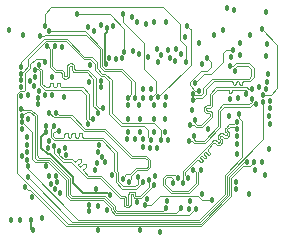
<source format=gbr>
G04 #@! TF.GenerationSoftware,KiCad,Pcbnew,5.1.5+dfsg1-2~bpo10+1*
G04 #@! TF.CreationDate,2020-02-19T21:48:08+01:00*
G04 #@! TF.ProjectId,zglue-gem1-adapter,7a676c75-652d-4676-956d-312d61646170,rev?*
G04 #@! TF.SameCoordinates,Original*
G04 #@! TF.FileFunction,Copper,L3,Inr*
G04 #@! TF.FilePolarity,Positive*
%FSLAX46Y46*%
G04 Gerber Fmt 4.6, Leading zero omitted, Abs format (unit mm)*
G04 Created by KiCad (PCBNEW 5.1.5+dfsg1-2~bpo10+1) date 2020-02-19 21:48:08*
%MOMM*%
%LPD*%
G04 APERTURE LIST*
%ADD10C,0.457000*%
%ADD11C,0.110000*%
%ADD12C,0.150000*%
%ADD13C,0.100000*%
G04 APERTURE END LIST*
D10*
X10950000Y-8850000D03*
X14050000Y-8850000D03*
X14050000Y-10000000D03*
X10950000Y-10000000D03*
X10950000Y-11150000D03*
X14050000Y-11150000D03*
X11850000Y-8850000D03*
X13100000Y-8850000D03*
X11900000Y-10000000D03*
X13100000Y-10000000D03*
X11900000Y-11150000D03*
X13100000Y-11150000D03*
X19000000Y-2520000D03*
X13150000Y-1820000D03*
X14150000Y-1820000D03*
X11650000Y-1820000D03*
X1920000Y-10860000D03*
X19440000Y-9750000D03*
X7660000Y-5490000D03*
X17140000Y-5350000D03*
X22610000Y-7470000D03*
X22220000Y-13630000D03*
X22540000Y-14740000D03*
X19525000Y-8295000D03*
X5325000Y-3920000D03*
X7530000Y-2270000D03*
X20020000Y-15980000D03*
X3302842Y-8227962D03*
X1892225Y-8096490D03*
X20230000Y-8250000D03*
X8630000Y-2110000D03*
X9640000Y-2150000D03*
X21630000Y-14380000D03*
X8727692Y-13206674D03*
X16310000Y-9226500D03*
X4480000Y-7982216D03*
X3983498Y-10593498D03*
X8397353Y-17377353D03*
X9523510Y-14760000D03*
X8300000Y-13790000D03*
X16168831Y-16966500D03*
X11900000Y-19468500D03*
X7626500Y-6920000D03*
X5648835Y-13038500D03*
X5604994Y-12470495D03*
X11700000Y-17053510D03*
X10500000Y-15120000D03*
X4246500Y-9500000D03*
X11020000Y-15350000D03*
X4853500Y-9500000D03*
X11745393Y-14925393D03*
X5114607Y-11034607D03*
X5114607Y-12734607D03*
X12685393Y-15205393D03*
X4685393Y-12305393D03*
X13114607Y-15634607D03*
X15124607Y-14985393D03*
X17090000Y-14380000D03*
X15984607Y-14985393D03*
X20120000Y-10873500D03*
X8950000Y-13690000D03*
X9078521Y-5371269D03*
X20140000Y-11450000D03*
X3600000Y-18430000D03*
X9120000Y-2320000D03*
X7644993Y-17811501D03*
X20166480Y-13022063D03*
X12174607Y-15354607D03*
X4685393Y-10605393D03*
X14190000Y-16930000D03*
X4500000Y-6490000D03*
X990000Y-18540000D03*
X2583500Y-6770000D03*
X18040000Y-16906922D03*
X12330000Y-17320000D03*
X14695393Y-15414607D03*
X16460000Y-14380000D03*
X15555393Y-15414607D03*
X20120000Y-10266500D03*
X13170000Y-14860000D03*
X12493112Y-16763112D03*
X13343438Y-12476562D03*
X16710000Y-17660000D03*
X1980000Y-10310000D03*
X12170000Y-12390000D03*
X14150000Y-17570000D03*
X1892445Y-9190000D03*
X11500000Y-11750000D03*
X1856490Y-6184810D03*
X12840000Y-11810000D03*
X12160000Y-11750000D03*
X16060037Y-17673510D03*
X2390000Y-13480000D03*
X20090000Y-15340000D03*
X12756275Y-12476215D03*
X15400000Y-17570000D03*
X1900000Y-9750000D03*
X10868367Y-11750000D03*
X7583257Y-17283083D03*
X13690000Y-11780000D03*
X1814989Y-5628390D03*
X8483978Y-12263510D03*
X21130000Y-16390000D03*
X2720000Y-18541491D03*
X2840000Y-19448500D03*
X8200000Y-15920000D03*
X3390000Y-7650000D03*
X17177472Y-16347472D03*
X8387700Y-12786738D03*
X5150000Y-16280000D03*
X20160000Y-12110000D03*
X1856490Y-6720000D03*
X16045393Y-11874607D03*
X21790000Y-8790000D03*
X4410000Y-15540000D03*
X8110000Y-14340000D03*
X14321498Y-11770000D03*
X4232218Y-11907708D03*
X16474607Y-11445393D03*
X21420000Y-8300000D03*
X2451479Y-9990000D03*
X17653618Y-10900000D03*
X2400000Y-11570000D03*
X4137647Y-12462353D03*
X7505393Y-10444607D03*
X3000000Y-5850000D03*
X16195393Y-10504607D03*
X20930000Y-7920000D03*
X7934607Y-10015393D03*
X3420000Y-5420000D03*
X8764607Y-9125393D03*
X4710000Y-3890000D03*
X8335393Y-9554607D03*
X4080000Y-3890000D03*
X19974607Y-5974607D03*
X16376444Y-7882942D03*
X22354377Y-8565698D03*
X2451479Y-14980000D03*
X20320000Y-9580000D03*
X2451479Y-14040000D03*
X16570000Y-7020000D03*
X19830000Y-4220000D03*
X21590000Y-13680000D03*
X2970000Y-7220000D03*
X2210030Y-15769970D03*
X5458807Y-8151381D03*
X16460000Y-8423500D03*
X19545393Y-5545393D03*
X3963500Y-11160000D03*
X9094875Y-17769671D03*
X9410000Y-16481500D03*
X3273029Y-8779529D03*
X14125000Y-8205000D03*
X10875000Y-8220000D03*
X3500000Y-3020000D03*
X15850000Y-5210000D03*
X3850000Y-2120000D03*
X3900000Y-7970000D03*
X3950000Y-14050000D03*
X16942947Y-7626529D03*
X17610000Y-4840000D03*
X8630000Y-7340000D03*
X16901453Y-3592653D03*
X8020000Y-2586500D03*
X13475000Y-8200000D03*
X2000000Y-2920000D03*
X3040000Y-6460000D03*
X15930000Y-2160000D03*
X11870000Y-4510000D03*
X13480000Y-5220000D03*
X4795075Y-14828425D03*
X13680000Y-4610000D03*
X4238075Y-14828425D03*
X15020000Y-4090000D03*
X1856490Y-7319481D03*
X12175000Y-7525000D03*
X19650000Y-4820000D03*
X18225000Y-2922479D03*
X12850000Y-8225000D03*
X10460000Y-1100000D03*
X12825000Y-7525000D03*
X20400000Y-3570000D03*
X10412988Y-4893263D03*
X9870000Y-4910000D03*
X14896480Y-5153657D03*
X2390000Y-12800000D03*
X9330000Y-4890000D03*
X11377176Y-4309597D03*
X2780000Y-16660000D03*
X8599687Y-6808853D03*
X20960000Y-13660000D03*
X3926500Y-5180000D03*
X11475000Y-8215000D03*
X4200000Y-2591490D03*
X12175000Y-8210000D03*
X19920000Y-800000D03*
X15400000Y-4520000D03*
X2400000Y-12190000D03*
X15762245Y-3108520D03*
X8410000Y-19468500D03*
X12460000Y-1950000D03*
X13650000Y-19560000D03*
X14460334Y-4827751D03*
X22870000Y-12560000D03*
X21225037Y-2944963D03*
X14310000Y-4210000D03*
X2420820Y-8034694D03*
X10600000Y-4390000D03*
X6580000Y-1170000D03*
X13340000Y-4100000D03*
X22025000Y-7320000D03*
X11220000Y-1360000D03*
X19290000Y-620000D03*
X12596490Y-4820000D03*
X20400000Y-4570000D03*
X4906397Y-15348649D03*
X4707640Y-15980949D03*
X1920000Y-13150000D03*
X880000Y-2500000D03*
X1780000Y-18541490D03*
X16624607Y-10075393D03*
X21380000Y-7470000D03*
X22630000Y-960000D03*
X22710000Y-3690000D03*
X22560000Y-4690000D03*
X22750000Y-6240000D03*
X22700000Y-6910000D03*
X22220000Y-2440000D03*
X22350000Y-7980000D03*
X22920000Y-8500000D03*
X22900000Y-9110000D03*
X22890000Y-9770000D03*
X22963510Y-10490000D03*
D11*
X11069057Y-14690943D02*
X10783999Y-14690943D01*
X11595000Y-14165000D02*
X11069057Y-14690943D01*
X6026517Y-9865011D02*
X7216506Y-11055000D01*
X7216506Y-11055000D02*
X8866506Y-11055000D01*
X4611511Y-9865011D02*
X6026517Y-9865011D01*
X12395000Y-13315000D02*
X12620000Y-13540000D01*
X12620000Y-14050000D02*
X12505000Y-14165000D01*
X10783999Y-14690943D02*
X10555500Y-14919442D01*
X4246500Y-9500000D02*
X4611511Y-9865011D01*
X12620000Y-13540000D02*
X12620000Y-14050000D01*
X8866506Y-11055000D02*
X11126506Y-13315000D01*
X12505000Y-14165000D02*
X11595000Y-14165000D01*
X11126506Y-13315000D02*
X12395000Y-13315000D01*
X11667542Y-14375000D02*
X11203106Y-14839436D01*
X11203106Y-14839436D02*
X11203106Y-15106108D01*
X4853500Y-9500000D02*
X5033500Y-9680000D01*
X12556645Y-14375000D02*
X11667542Y-14375000D01*
X5033500Y-9680000D02*
X6138494Y-9680000D01*
X11203106Y-15106108D02*
X10974607Y-15334607D01*
X8953494Y-10845000D02*
X11238483Y-13129989D01*
X12805011Y-14126634D02*
X12556645Y-14375000D01*
X12471634Y-13129989D02*
X12805011Y-13463366D01*
X12805011Y-13463366D02*
X12805011Y-14126634D01*
X11238483Y-13129989D02*
X12471634Y-13129989D01*
X7303494Y-10845000D02*
X8953494Y-10845000D01*
X6138494Y-9680000D02*
X7303494Y-10845000D01*
X6645082Y-11600146D02*
X6673523Y-11582275D01*
X6546621Y-11611240D02*
X6580000Y-11615000D01*
X6144854Y-11263694D02*
X6162725Y-11235253D01*
X6514917Y-11600146D02*
X6546621Y-11611240D01*
X4791460Y-11034607D02*
X4605000Y-11221067D01*
X6486476Y-11582275D02*
X6514917Y-11600146D01*
X6415145Y-11263694D02*
X6426239Y-11295398D01*
X6462725Y-11558524D02*
X6486476Y-11582275D01*
X5826239Y-11295398D02*
X5830000Y-11328776D01*
X5614917Y-11193631D02*
X5646621Y-11182537D01*
X6433760Y-11498379D02*
X6444854Y-11530083D01*
X6426239Y-11295398D02*
X6430000Y-11328776D01*
X6280000Y-11178776D02*
X6313378Y-11182537D01*
X6246621Y-11182537D02*
X6280000Y-11178776D01*
X5886476Y-11582275D02*
X5914917Y-11600146D01*
X6345082Y-11193631D02*
X6373523Y-11211502D01*
X6162725Y-11235253D02*
X6186476Y-11211502D01*
X6133760Y-11295398D02*
X6144854Y-11263694D01*
X6126239Y-11498379D02*
X6130000Y-11465000D01*
X6744854Y-11263694D02*
X6762725Y-11235253D01*
X5914917Y-11600146D02*
X5946621Y-11611240D01*
X5680000Y-11178776D02*
X5713378Y-11182537D01*
X6430000Y-11465000D02*
X6433760Y-11498379D01*
X5862725Y-11558524D02*
X5886476Y-11582275D01*
X5980000Y-11615000D02*
X6013378Y-11611240D01*
X6313378Y-11182537D02*
X6345082Y-11193631D01*
X5830000Y-11328776D02*
X5830000Y-11465000D01*
X6115145Y-11530083D02*
X6126239Y-11498379D01*
X5713378Y-11182537D02*
X5745082Y-11193631D01*
X6097274Y-11558524D02*
X6115145Y-11530083D01*
X5815145Y-11263694D02*
X5826239Y-11295398D01*
X5530000Y-11328776D02*
X5533760Y-11295398D01*
X6762725Y-11235253D02*
X6786476Y-11211502D01*
X5797274Y-11235253D02*
X5815145Y-11263694D01*
X5773523Y-11211502D02*
X5797274Y-11235253D01*
X6397274Y-11235253D02*
X6415145Y-11263694D01*
X6373523Y-11211502D02*
X6397274Y-11235253D01*
X5830000Y-11465000D02*
X5833760Y-11498379D01*
X5515145Y-11530083D02*
X5526239Y-11498379D01*
X5646621Y-11182537D02*
X5680000Y-11178776D01*
X4605000Y-11221067D02*
X4605000Y-11476506D01*
X6130000Y-11465000D02*
X6130000Y-11328776D01*
X6430000Y-11328776D02*
X6430000Y-11465000D01*
X5497274Y-11558524D02*
X5515145Y-11530083D01*
X5833760Y-11498379D02*
X5844854Y-11530083D01*
X6673523Y-11582275D02*
X6697274Y-11558524D01*
X5844854Y-11530083D02*
X5862725Y-11558524D01*
X5745082Y-11193631D02*
X5773523Y-11211502D01*
X6697274Y-11558524D02*
X6715145Y-11530083D01*
X6073523Y-11582275D02*
X6097274Y-11558524D01*
X4743494Y-11615000D02*
X5380000Y-11615000D01*
X4605000Y-11476506D02*
X4743494Y-11615000D01*
X6045082Y-11600146D02*
X6073523Y-11582275D01*
X6186476Y-11211502D02*
X6214917Y-11193631D01*
X11745393Y-15504607D02*
X11745393Y-14925393D01*
X6013378Y-11611240D02*
X6045082Y-11600146D01*
X5114607Y-11034607D02*
X4791460Y-11034607D01*
X5445082Y-11600146D02*
X5473523Y-11582275D01*
X11515000Y-15735000D02*
X11745393Y-15504607D01*
X6214917Y-11193631D02*
X6246621Y-11182537D01*
X7086476Y-11582275D02*
X7114917Y-11600146D01*
X5586476Y-11211502D02*
X5614917Y-11193631D01*
X8783494Y-11615000D02*
X9975000Y-12806506D01*
X6580000Y-11615000D02*
X6613378Y-11611240D01*
X5413378Y-11611240D02*
X5445082Y-11600146D01*
X5946621Y-11611240D02*
X5980000Y-11615000D01*
X6613378Y-11611240D02*
X6645082Y-11600146D01*
X6444854Y-11530083D02*
X6462725Y-11558524D01*
X6726239Y-11498379D02*
X6730000Y-11465000D01*
X6130000Y-11328776D02*
X6133760Y-11295398D01*
X5533760Y-11295398D02*
X5544854Y-11263694D01*
X7044854Y-11530083D02*
X7062725Y-11558524D01*
X7180000Y-11615000D02*
X8783494Y-11615000D01*
X5530000Y-11465000D02*
X5530000Y-11328776D01*
X7062725Y-11558524D02*
X7086476Y-11582275D01*
X5562725Y-11235253D02*
X5586476Y-11211502D01*
X5380000Y-11615000D02*
X5413378Y-11611240D01*
X5473523Y-11582275D02*
X5497274Y-11558524D01*
X5526239Y-11498379D02*
X5530000Y-11465000D01*
X6846621Y-11182537D02*
X6880000Y-11178776D01*
X5544854Y-11263694D02*
X5562725Y-11235253D01*
X6715145Y-11530083D02*
X6726239Y-11498379D01*
X6733760Y-11295398D02*
X6744854Y-11263694D01*
X6730000Y-11465000D02*
X6730000Y-11328776D01*
X6730000Y-11328776D02*
X6733760Y-11295398D01*
X6786476Y-11211502D02*
X6814917Y-11193631D01*
X6814917Y-11193631D02*
X6846621Y-11182537D01*
X6880000Y-11178776D02*
X6913378Y-11182537D01*
X6913378Y-11182537D02*
X6945082Y-11193631D01*
X6945082Y-11193631D02*
X6973523Y-11211502D01*
X6973523Y-11211502D02*
X6997274Y-11235253D01*
X6997274Y-11235253D02*
X7015145Y-11263694D01*
X7015145Y-11263694D02*
X7026239Y-11295398D01*
X7026239Y-11295398D02*
X7030000Y-11328776D01*
X7030000Y-11328776D02*
X7030000Y-11465000D01*
X7033760Y-11498379D02*
X7044854Y-11530083D01*
X7030000Y-11465000D02*
X7033760Y-11498379D01*
X7114917Y-11600146D02*
X7146621Y-11611240D01*
X7146621Y-11611240D02*
X7180000Y-11615000D01*
X9975000Y-12806506D02*
X9975000Y-14419263D01*
X9975000Y-14419263D02*
X10067022Y-14511285D01*
X10067022Y-14511285D02*
X10067022Y-15278528D01*
X10067022Y-15278528D02*
X10523494Y-15735000D01*
X10523494Y-15735000D02*
X11515000Y-15735000D01*
X12685393Y-15774607D02*
X12685393Y-15205393D01*
X11950000Y-16510000D02*
X12685393Y-15774607D01*
X11556088Y-16510000D02*
X11950000Y-16510000D01*
X11549193Y-16507588D02*
X11551290Y-16508905D01*
X11546125Y-16503740D02*
X11547442Y-16505837D01*
X11526735Y-16314952D02*
X11540398Y-16353999D01*
X11504725Y-16279924D02*
X11526735Y-16314952D01*
X11440446Y-16228663D02*
X11475474Y-16250673D01*
X11059593Y-16228663D02*
X11098640Y-16215000D01*
X10995314Y-16279924D02*
X11024565Y-16250673D01*
X10973304Y-16314952D02*
X10995314Y-16279924D01*
X10955010Y-17199632D02*
X10955010Y-16395107D01*
X10952252Y-17224109D02*
X10955010Y-17199632D01*
X10944116Y-17247359D02*
X10952252Y-17224109D01*
X10931011Y-17268215D02*
X10944116Y-17247359D01*
X10913593Y-17285633D02*
X10931011Y-17268215D01*
X10845010Y-17309632D02*
X10869487Y-17306874D01*
X10759008Y-17268215D02*
X10776426Y-17285633D01*
X10745903Y-17247359D02*
X10759008Y-17268215D01*
X10735010Y-17199632D02*
X10737767Y-17224109D01*
X10735010Y-16787963D02*
X10735010Y-17199632D01*
X10674367Y-16614656D02*
X10707482Y-16667359D01*
X10630353Y-16570642D02*
X10674367Y-16614656D01*
X10577650Y-16537527D02*
X10630353Y-16570642D01*
X10457046Y-16510000D02*
X10518899Y-16516969D01*
X10737767Y-17224109D02*
X10745903Y-17247359D01*
X7177022Y-14438528D02*
X7563494Y-14825000D01*
X7134030Y-14349256D02*
X7141505Y-14382003D01*
X7134030Y-14315666D02*
X7134030Y-14349256D01*
X7141505Y-14282919D02*
X7134030Y-14315666D01*
X7156078Y-14252655D02*
X7141505Y-14282919D01*
X7177021Y-14226395D02*
X7156078Y-14252655D01*
X7338463Y-14064952D02*
X7177021Y-14226395D01*
X7381453Y-13975680D02*
X7373980Y-14008428D01*
X7381454Y-13942092D02*
X7381453Y-13975680D01*
X7373979Y-13909344D02*
X7381454Y-13942092D01*
X11139748Y-16210368D02*
X11360291Y-16210368D01*
X7359406Y-13879082D02*
X7373979Y-13909344D01*
X7338463Y-13852820D02*
X7359406Y-13879082D01*
X7312203Y-13831879D02*
X7338463Y-13852820D01*
X7281939Y-13817304D02*
X7312203Y-13831879D01*
X10707482Y-16667359D02*
X10728040Y-16726110D01*
X7249192Y-13809829D02*
X7281939Y-13817304D01*
X7126331Y-13852820D02*
X7152593Y-13831879D01*
X10290000Y-16510000D02*
X10457046Y-16510000D01*
X6964890Y-14014264D02*
X7126331Y-13852820D01*
X6938628Y-14035206D02*
X6964890Y-14014264D01*
X11545030Y-16395107D02*
X11545030Y-16498942D01*
X7563494Y-14825000D02*
X8605000Y-14825000D01*
X7373980Y-14008428D02*
X7359405Y-14038690D01*
X6949715Y-13485080D02*
X6957190Y-13517828D01*
X5114607Y-12734607D02*
X5114607Y-13057754D01*
X6451354Y-13632990D02*
X6484100Y-13625515D01*
X11545307Y-16501403D02*
X11546125Y-16503740D01*
X7359405Y-14038690D02*
X7338463Y-14064952D01*
X11401399Y-16215000D02*
X11440446Y-16228663D01*
X8605000Y-14825000D02*
X10290000Y-16510000D01*
X10728040Y-16726110D02*
X10735010Y-16787963D01*
X10892737Y-17298738D02*
X10913593Y-17285633D01*
X10959641Y-16353999D02*
X10973304Y-16314952D01*
X6173494Y-13435000D02*
X6328494Y-13590000D01*
X7215602Y-13809829D02*
X7249192Y-13809829D01*
X6949716Y-13584164D02*
X6935141Y-13614426D01*
X6385018Y-13625516D02*
X6417764Y-13632989D01*
X6857675Y-13393040D02*
X6887939Y-13407615D01*
X11551290Y-16508905D02*
X11553627Y-16509723D01*
X7152593Y-13831879D02*
X7182855Y-13817304D01*
X7182855Y-13817304D02*
X7215602Y-13809829D01*
X6842028Y-14057253D02*
X6875618Y-14057254D01*
X10955010Y-16395107D02*
X10959641Y-16353999D01*
X11475474Y-16250673D02*
X11504725Y-16279924D01*
X11098640Y-16215000D02*
X11139748Y-16210368D01*
X6957189Y-13551416D02*
X6949716Y-13584164D01*
X10797282Y-17298738D02*
X10820532Y-17306874D01*
X10820532Y-17306874D02*
X10845010Y-17309632D01*
X11547442Y-16505837D02*
X11549193Y-16507588D01*
X6702067Y-13428556D02*
X6728329Y-13407615D01*
X11545030Y-16498942D02*
X11545307Y-16501403D01*
X7141505Y-14382003D02*
X7156078Y-14412265D01*
X6779018Y-14035205D02*
X6809282Y-14049780D01*
X5114607Y-13057754D02*
X5491853Y-13435000D01*
X6728329Y-13407615D02*
X6758591Y-13393040D01*
X5491853Y-13435000D02*
X6173494Y-13435000D01*
X6328494Y-13590000D02*
X6354754Y-13610941D01*
X10518899Y-16516969D02*
X10577650Y-16537527D01*
X6354754Y-13610941D02*
X6385018Y-13625516D01*
X6417764Y-13632989D02*
X6451354Y-13632990D01*
X7156078Y-14412265D02*
X7177022Y-14438528D01*
X6484100Y-13625515D02*
X6514364Y-13610942D01*
X6514364Y-13610942D02*
X6540626Y-13590000D01*
X6824928Y-13385565D02*
X6857675Y-13393040D01*
X6540626Y-13590000D02*
X6702067Y-13428556D01*
X10776426Y-17285633D02*
X10797282Y-17298738D01*
X6758591Y-13393040D02*
X6791338Y-13385565D01*
X6791338Y-13385565D02*
X6824928Y-13385565D01*
X6887939Y-13407615D02*
X6914199Y-13428556D01*
X6709766Y-13891402D02*
X6709766Y-13924992D01*
X11360291Y-16210368D02*
X11401399Y-16215000D01*
X6914199Y-13428556D02*
X6935142Y-13454818D01*
X10869487Y-17306874D02*
X10892737Y-17298738D01*
X6935142Y-13454818D02*
X6949715Y-13485080D01*
X6957190Y-13517828D02*
X6957189Y-13551416D01*
X6935141Y-13614426D02*
X6914199Y-13640688D01*
X6709766Y-13924992D02*
X6717241Y-13957739D01*
X6914199Y-13640688D02*
X6752757Y-13802131D01*
X6717241Y-13957739D02*
X6731814Y-13988001D01*
X11540398Y-16353999D02*
X11545030Y-16395107D01*
X6752757Y-13802131D02*
X6731814Y-13828391D01*
X6731814Y-13828391D02*
X6717241Y-13858655D01*
X6717241Y-13858655D02*
X6709766Y-13891402D01*
X6731814Y-13988001D02*
X6752758Y-14014264D01*
X6752758Y-14014264D02*
X6779018Y-14035205D01*
X11024565Y-16250673D02*
X11059593Y-16228663D01*
X6809282Y-14049780D02*
X6842028Y-14057253D01*
X6875618Y-14057254D02*
X6908364Y-14049779D01*
X11553627Y-16509723D02*
X11556088Y-16510000D01*
X6908364Y-14049779D02*
X6938628Y-14035206D01*
X11357607Y-16399542D02*
X11358924Y-16401639D01*
X11400324Y-16625455D02*
X11429575Y-16654706D01*
X11348962Y-16395378D02*
X11351422Y-16395656D01*
X11141115Y-16401639D02*
X11142432Y-16399542D01*
X11144183Y-16397791D02*
X11146280Y-16396474D01*
X11140020Y-16406436D02*
X11140297Y-16403976D01*
X11079377Y-17389985D02*
X11112492Y-17337282D01*
X11353759Y-16396474D02*
X11355856Y-16397791D01*
X11358924Y-16401639D02*
X11359742Y-16403976D01*
X11146280Y-16396474D02*
X11148617Y-16395656D01*
X11035363Y-17433999D02*
X11079377Y-17389985D01*
X10610642Y-17389985D02*
X10654656Y-17433999D01*
X11355856Y-16397791D02*
X11357607Y-16399542D01*
X10577527Y-17337282D02*
X10610642Y-17389985D01*
X11140020Y-17216678D02*
X11140020Y-16406436D01*
X10923909Y-17487672D02*
X10982660Y-17467114D01*
X10862056Y-17494642D02*
X10923909Y-17487672D01*
X11151078Y-16395378D02*
X11348962Y-16395378D01*
X10547242Y-16780532D02*
X10550000Y-16805010D01*
X8553356Y-15035000D02*
X10213366Y-16695011D01*
X11351422Y-16395656D02*
X11353759Y-16396474D01*
X11133050Y-17278531D02*
X11140020Y-17216678D01*
X10487727Y-16705903D02*
X10508583Y-16719008D01*
X10654656Y-17433999D02*
X10707359Y-17467114D01*
X7476506Y-15035000D02*
X8553356Y-15035000D01*
X10827963Y-17494642D02*
X10862056Y-17494642D01*
X10556969Y-17278531D02*
X10577527Y-17337282D01*
X11378314Y-16590427D02*
X11400324Y-16625455D01*
X4685393Y-12305393D02*
X4685393Y-12895393D01*
X5435000Y-13645000D02*
X6086506Y-13645000D01*
X11359742Y-16403976D02*
X11360020Y-16406436D01*
X11148617Y-16395656D02*
X11151078Y-16395378D01*
X10508583Y-16719008D02*
X10526001Y-16736426D01*
X10526001Y-16736426D02*
X10539106Y-16757282D01*
X10539106Y-16757282D02*
X10547242Y-16780532D01*
X10550000Y-16805010D02*
X10550000Y-17216678D01*
X11140297Y-16403976D02*
X11141115Y-16401639D01*
X10766110Y-17487672D02*
X10827963Y-17494642D01*
X10464477Y-16697767D02*
X10487727Y-16705903D01*
X10707359Y-17467114D02*
X10766110Y-17487672D01*
X11360020Y-16406436D02*
X11360020Y-16510272D01*
X11360020Y-16510272D02*
X11364651Y-16551380D01*
X10440000Y-16695010D02*
X10464477Y-16697767D01*
X11429575Y-16654706D02*
X11464603Y-16676716D01*
X11464603Y-16676716D02*
X11503650Y-16690379D01*
X11544758Y-16695010D02*
X12054203Y-16695011D01*
X11142432Y-16399542D02*
X11144183Y-16397791D01*
X11503650Y-16690379D02*
X11544758Y-16695010D01*
X12054203Y-16695011D02*
X13114607Y-15634607D01*
X10213366Y-16695011D02*
X10440000Y-16695010D01*
X10550000Y-17216678D02*
X10556969Y-17278531D01*
X11112492Y-17337282D02*
X11133050Y-17278531D01*
X10982660Y-17467114D02*
X11035363Y-17433999D01*
X11364651Y-16551380D02*
X11378314Y-16590427D01*
X4685393Y-12895393D02*
X5435000Y-13645000D01*
X6086506Y-13645000D02*
X7476506Y-15035000D01*
X13865000Y-15598151D02*
X14551860Y-16285011D01*
X14551860Y-16285011D02*
X16103483Y-16285011D01*
X16875000Y-15513494D02*
X16875000Y-14553500D01*
X16103483Y-16285011D02*
X16875000Y-15513494D01*
X13865000Y-15026506D02*
X13865000Y-15598151D01*
X14896108Y-14756894D02*
X14134612Y-14756894D01*
X15124607Y-14985393D02*
X14896108Y-14756894D01*
X14134612Y-14756894D02*
X13865000Y-15026506D01*
X16875000Y-14553500D02*
X17048500Y-14380000D01*
X15765393Y-14766179D02*
X15984607Y-14985393D01*
X15765393Y-14483101D02*
X15765393Y-14766179D01*
X16745119Y-13503376D02*
X16639054Y-13609440D01*
X16786571Y-13477332D02*
X16764378Y-13488019D01*
X16810585Y-13471850D02*
X16786571Y-13477332D01*
X16859231Y-13477333D02*
X16835217Y-13471850D01*
X16881424Y-13488020D02*
X16859231Y-13477333D01*
X17043334Y-13646030D02*
X16900682Y-13503378D01*
X17062592Y-13661388D02*
X17043334Y-13646030D01*
X17084786Y-13672075D02*
X17062592Y-13661388D01*
X17108801Y-13677556D02*
X17084786Y-13672075D01*
X17133433Y-13677556D02*
X17108801Y-13677556D01*
X17157446Y-13672076D02*
X17133433Y-13677556D01*
X17179640Y-13661387D02*
X17157446Y-13672076D01*
X17224943Y-13604578D02*
X17214256Y-13626771D01*
X17230425Y-13580564D02*
X17224943Y-13604578D01*
X17230425Y-13555932D02*
X17230425Y-13580564D01*
X17198897Y-13490467D02*
X17214255Y-13509725D01*
X17056244Y-13347814D02*
X17198897Y-13490467D01*
X17030199Y-13306363D02*
X17040888Y-13328555D01*
X17024718Y-13282348D02*
X17030199Y-13306363D01*
X17024718Y-13257716D02*
X17024718Y-13282348D01*
X17030200Y-13233701D02*
X17024718Y-13257716D01*
X17040887Y-13211509D02*
X17030200Y-13233701D01*
X17056244Y-13192250D02*
X17040887Y-13211509D01*
X17075503Y-13176894D02*
X17056244Y-13192250D01*
X17040888Y-13328555D02*
X17056244Y-13347814D01*
X17097696Y-13166207D02*
X17075503Y-13176894D01*
X17121710Y-13160725D02*
X17097696Y-13166207D01*
X19311327Y-11600853D02*
X19256090Y-11627453D01*
X19489443Y-11394100D02*
X19462841Y-11449339D01*
X18721432Y-11569968D02*
X18725447Y-11587559D01*
X19315400Y-10957956D02*
X19315400Y-10976000D01*
X17536068Y-13293453D02*
X17525381Y-13315646D01*
X19319416Y-10940363D02*
X19315400Y-10957956D01*
X19319415Y-10993591D02*
X19327244Y-11009848D01*
X19489443Y-11213246D02*
X19503084Y-11273020D01*
X17468571Y-13360951D02*
X17444558Y-13366431D01*
X19462842Y-11158009D02*
X19489443Y-11213246D01*
X19315400Y-10976000D02*
X19319415Y-10993591D01*
X18208386Y-12051395D02*
X18192129Y-12059225D01*
X17352013Y-13017430D02*
X17367369Y-13036689D01*
X19424616Y-11110075D02*
X19462842Y-11158009D01*
X17198898Y-13646029D02*
X17179640Y-13661387D01*
X17386628Y-12865769D02*
X17367369Y-12881125D01*
X17214256Y-13626771D02*
X17198898Y-13646029D01*
X18277869Y-12059225D02*
X18261612Y-12051396D01*
X19424615Y-11497273D02*
X19412743Y-11509144D01*
X17646968Y-12635466D02*
X17646968Y-12660098D01*
X16639054Y-13609440D02*
X15765393Y-14483101D01*
X18602349Y-12235065D02*
X18541041Y-12235064D01*
X19196317Y-11641097D02*
X19135009Y-11641096D01*
X16835217Y-13471850D02*
X16810585Y-13471850D01*
X19921500Y-10675000D02*
X19573494Y-10675000D01*
X18261612Y-12051396D02*
X18244021Y-12047380D01*
X19359261Y-11562627D02*
X19311327Y-11600853D01*
X17731051Y-13055306D02*
X17707036Y-13049825D01*
X19503085Y-11334328D02*
X19489443Y-11394100D01*
X17646968Y-12660098D02*
X17652449Y-12684113D01*
X17224942Y-13531918D02*
X17230425Y-13555932D01*
X17214255Y-13509725D02*
X17224942Y-13531918D01*
X17341324Y-12995238D02*
X17352013Y-13017430D01*
X19412743Y-11509144D02*
X19359261Y-11562627D01*
X18837989Y-11453412D02*
X18819945Y-11453413D01*
X17510023Y-13334904D02*
X17490765Y-13350262D01*
X17541550Y-13269439D02*
X17536068Y-13293453D01*
X17665584Y-13023780D02*
X17522932Y-12881128D01*
X19503084Y-11273020D02*
X19503085Y-11334328D01*
X18725448Y-11534331D02*
X18721432Y-11551924D01*
X17146342Y-13160725D02*
X17121710Y-13160725D01*
X18378097Y-12156594D02*
X18291977Y-12070474D01*
X18178021Y-12070475D02*
X18150558Y-12097937D01*
X17367369Y-12881125D02*
X17352012Y-12900384D01*
X19573494Y-10675000D02*
X19338494Y-10910000D01*
X18771989Y-11476507D02*
X18744526Y-11503968D01*
X19338494Y-10910000D02*
X19327244Y-10924108D01*
X20120000Y-10873500D02*
X19921500Y-10675000D01*
X19462841Y-11449339D02*
X19424615Y-11497273D01*
X18868873Y-12043307D02*
X18830647Y-12091241D01*
X17408821Y-12855082D02*
X17386628Y-12865769D01*
X17211807Y-13192253D02*
X17192549Y-13176895D01*
X17525381Y-13315646D02*
X17510023Y-13334904D01*
X17395911Y-13360950D02*
X17373717Y-13350263D01*
X17847193Y-12982328D02*
X17836506Y-13004521D01*
X18819945Y-11453413D02*
X18802354Y-11457427D01*
X18830648Y-11704043D02*
X18868874Y-11751977D01*
X19256090Y-11627453D02*
X19196317Y-11641097D01*
X19135009Y-11641096D02*
X19075236Y-11627454D01*
X19327244Y-10924108D02*
X19319416Y-10940363D01*
X19075236Y-11627454D02*
X19019999Y-11600852D01*
X19019999Y-11600852D02*
X18972065Y-11562626D01*
X18972065Y-11562626D02*
X18885945Y-11476506D01*
X18885945Y-11476506D02*
X18871837Y-11465257D01*
X17707036Y-13049825D02*
X17684842Y-13039138D01*
X18871837Y-11465257D02*
X18855580Y-11457428D01*
X17836505Y-12887475D02*
X17847192Y-12909668D01*
X18855580Y-11457428D02*
X18837989Y-11453412D01*
X18802354Y-11457427D02*
X18786097Y-11465257D01*
X18150558Y-12097937D02*
X17678494Y-12570000D01*
X18744526Y-11503968D02*
X18733276Y-11518076D01*
X18733276Y-11518076D02*
X18725448Y-11534331D01*
X17490765Y-13350262D02*
X17468571Y-13360951D01*
X18721432Y-11551924D02*
X18721432Y-11569968D01*
X18725447Y-11587559D02*
X18733276Y-11603816D01*
X18733276Y-11603816D02*
X18744527Y-11617922D01*
X17847192Y-12909668D02*
X17852675Y-12933682D01*
X18744527Y-11617922D02*
X18830648Y-11704043D01*
X18868874Y-11751977D02*
X18895475Y-11807214D01*
X18909117Y-11928296D02*
X18895475Y-11988068D01*
X17341325Y-12922576D02*
X17335843Y-12946591D01*
X17503674Y-12865770D02*
X17481481Y-12855083D01*
X18895475Y-11988068D02*
X18868873Y-12043307D01*
X18830647Y-12091241D02*
X18818775Y-12103112D01*
X17852675Y-12958314D02*
X17847193Y-12982328D01*
X18765293Y-12156595D02*
X18717359Y-12194821D01*
X18291977Y-12070474D02*
X18277869Y-12059225D01*
X18717359Y-12194821D02*
X18662122Y-12221421D01*
X18786097Y-11465257D02*
X18771989Y-11476507D01*
X18662122Y-12221421D02*
X18602349Y-12235065D01*
X19338495Y-11023954D02*
X19424616Y-11110075D01*
X17192549Y-13176895D02*
X17170356Y-13166208D01*
X18541041Y-12235064D02*
X18481268Y-12221422D01*
X17663137Y-12589259D02*
X17652450Y-12611451D01*
X16764378Y-13488019D02*
X16745119Y-13503376D01*
X18481268Y-12221422D02*
X18426031Y-12194820D01*
X18426031Y-12194820D02*
X18378097Y-12156594D01*
X18244021Y-12047380D02*
X18225977Y-12047381D01*
X17536067Y-13220793D02*
X17541550Y-13244807D01*
X18225977Y-12047381D02*
X18208386Y-12051395D01*
X16900682Y-13503378D02*
X16881424Y-13488020D01*
X18192129Y-12059225D02*
X18178021Y-12070475D01*
X17678494Y-12570000D02*
X17663137Y-12589259D01*
X17652449Y-12684113D02*
X17663138Y-12706305D01*
X17481481Y-12855083D02*
X17457467Y-12849600D01*
X17663138Y-12706305D02*
X17678494Y-12725564D01*
X17678494Y-12725564D02*
X17821147Y-12868217D01*
X17821148Y-13023779D02*
X17801890Y-13039137D01*
X17541550Y-13244807D02*
X17541550Y-13269439D01*
X17652450Y-12611451D02*
X17646968Y-12635466D01*
X17852675Y-12933682D02*
X17852675Y-12958314D01*
X17836506Y-13004521D02*
X17821148Y-13023779D01*
X17801890Y-13039137D02*
X17779696Y-13049826D01*
X17525380Y-13198600D02*
X17536067Y-13220793D01*
X17779696Y-13049826D02*
X17755683Y-13055306D01*
X17755683Y-13055306D02*
X17731051Y-13055306D01*
X17684842Y-13039138D02*
X17665584Y-13023780D01*
X17522932Y-12881128D02*
X17503674Y-12865770D01*
X18909116Y-11866988D02*
X18909117Y-11928296D01*
X17457467Y-12849600D02*
X17432835Y-12849600D01*
X17432835Y-12849600D02*
X17408821Y-12855082D01*
X18818775Y-12103112D02*
X18765293Y-12156595D01*
X17352012Y-12900384D02*
X17341325Y-12922576D01*
X17335843Y-12946591D02*
X17335843Y-12971223D01*
X17335843Y-12971223D02*
X17341324Y-12995238D01*
X17367369Y-13036689D02*
X17510022Y-13179342D01*
X17510022Y-13179342D02*
X17525380Y-13198600D01*
X17444558Y-13366431D02*
X17419926Y-13366431D01*
X18895475Y-11807214D02*
X18909116Y-11866988D01*
X17419926Y-13366431D02*
X17395911Y-13360950D01*
X17821147Y-12868217D02*
X17836505Y-12887475D01*
X17373717Y-13350263D02*
X17354459Y-13334905D01*
X17354459Y-13334905D02*
X17211807Y-13192253D01*
X19327244Y-11009848D02*
X19338495Y-11023954D01*
X17170356Y-13166208D02*
X17146342Y-13160725D01*
D12*
X8951499Y-2811648D02*
X9120000Y-2643147D01*
X9120000Y-2643147D02*
X9120000Y-2320000D01*
X8951499Y-5244247D02*
X8951499Y-2811648D01*
X9078521Y-5371269D02*
X8951499Y-5244247D01*
D11*
X8696506Y-11825000D02*
X9765000Y-12893494D01*
X4395000Y-10895786D02*
X4395000Y-11563494D01*
X9882011Y-14587919D02*
X9882011Y-15390505D01*
X9765000Y-14470908D02*
X9882011Y-14587919D01*
X4656506Y-11825000D02*
X8696506Y-11825000D01*
X11584214Y-15945000D02*
X11946108Y-15583106D01*
X4685393Y-10605393D02*
X4395000Y-10895786D01*
X4395000Y-11563494D02*
X4656506Y-11825000D01*
X10436506Y-15945000D02*
X11584214Y-15945000D01*
X9765000Y-12893494D02*
X9765000Y-14470908D01*
X9882011Y-15390505D02*
X10436506Y-15945000D01*
X11946108Y-15583106D02*
X12174607Y-15354607D01*
D13*
X18040000Y-16906922D02*
X17213740Y-16906922D01*
X17213740Y-16906922D02*
X16883317Y-16576499D01*
X16883317Y-16576499D02*
X13613501Y-16576499D01*
X12870000Y-17320000D02*
X12330000Y-17320000D01*
X13520000Y-16670000D02*
X12870000Y-17320000D01*
X13613501Y-16576499D02*
X13520000Y-16670000D01*
X13520000Y-16670000D02*
X13070000Y-17120000D01*
D11*
X15991506Y-16100000D02*
X16665000Y-15426506D01*
X14075000Y-15546506D02*
X14628494Y-16100000D01*
X14526507Y-14965000D02*
X14223494Y-14965000D01*
X14695393Y-15133886D02*
X14526507Y-14965000D01*
X16665000Y-15426506D02*
X16665000Y-14553500D01*
X14223494Y-14965000D02*
X14075000Y-15113494D01*
X14695393Y-15414607D02*
X14695393Y-15133886D01*
X14075000Y-15113494D02*
X14075000Y-15546506D01*
X16665000Y-14553500D02*
X16491500Y-14380000D01*
X14628494Y-16100000D02*
X15991506Y-16100000D01*
X19174686Y-11425355D02*
X19156642Y-11425355D01*
X19108687Y-11402260D02*
X19022567Y-11316140D01*
X15555393Y-14396113D02*
X15555393Y-15414607D01*
X18029530Y-11921981D02*
X18002064Y-11949443D01*
X18325428Y-11845281D02*
X18265654Y-11831640D01*
X18204346Y-11831639D02*
X18144574Y-11845281D01*
X18041401Y-11910109D02*
X18029530Y-11921981D01*
X18380665Y-11871882D02*
X18325428Y-11845281D01*
X18519333Y-11651373D02*
X18545934Y-11706610D01*
X18528826Y-12007479D02*
X18514719Y-11996228D01*
X18689361Y-11871028D02*
X18693375Y-11888621D01*
X19178128Y-11160576D02*
X19264249Y-11246697D01*
X18089335Y-11871883D02*
X18041401Y-11910109D01*
X18919396Y-11251313D02*
X18859622Y-11237672D01*
X18598308Y-12015308D02*
X18580718Y-12019323D01*
X18670282Y-11954619D02*
X18628673Y-11996229D01*
X18859622Y-11237672D02*
X18798314Y-11237671D01*
X18681532Y-11940511D02*
X18670282Y-11954619D01*
X19287344Y-11312695D02*
X19283328Y-11330288D01*
X19139902Y-11112642D02*
X19178128Y-11160576D01*
X19222641Y-11402261D02*
X19208534Y-11413511D01*
X19283328Y-11330288D02*
X19275500Y-11346543D01*
X19264250Y-11360651D02*
X19222641Y-11402261D01*
X18545934Y-11706610D02*
X18584160Y-11754544D01*
X19287343Y-11294653D02*
X19287344Y-11312695D01*
X18002064Y-11949443D02*
X17397855Y-12553651D01*
X18635369Y-11316141D02*
X18623498Y-11328013D01*
X18614566Y-12007479D02*
X18598308Y-12015308D01*
X18584160Y-11754544D02*
X18670281Y-11840665D01*
X18505691Y-11530290D02*
X18505690Y-11591600D01*
X19156642Y-11425355D02*
X19139050Y-11421340D01*
X18681532Y-11854771D02*
X18689361Y-11871028D01*
X19283329Y-11277060D02*
X19287343Y-11294653D01*
X18683303Y-11277915D02*
X18635369Y-11316141D01*
X18584161Y-11367346D02*
X18545935Y-11415280D01*
X19208534Y-11413511D02*
X19192276Y-11421340D01*
X18738542Y-11251313D02*
X18683303Y-11277915D01*
X19139903Y-10821312D02*
X19113301Y-10876551D01*
X20120000Y-10266500D02*
X19921500Y-10465000D01*
X19113301Y-11057405D02*
X19139902Y-11112642D01*
X18628673Y-11996229D02*
X18614566Y-12007479D01*
X18514719Y-11996228D02*
X18428599Y-11910108D01*
X18798314Y-11237671D02*
X18738542Y-11251313D01*
X19139050Y-11421340D02*
X19122794Y-11413511D01*
X18562674Y-12019323D02*
X18545082Y-12015308D01*
X19122794Y-11413511D02*
X19108687Y-11402260D01*
X18545082Y-12015308D02*
X18528826Y-12007479D01*
X19192276Y-11421340D02*
X19174686Y-11425355D01*
X18265654Y-11831640D02*
X18204346Y-11831639D01*
X18689360Y-11924256D02*
X18681532Y-11940511D01*
X19022567Y-11316140D02*
X18974633Y-11277914D01*
X18623498Y-11328013D02*
X18584161Y-11367346D01*
X18693375Y-11888621D02*
X18693376Y-11906663D01*
X18580718Y-12019323D02*
X18562674Y-12019323D01*
X19486506Y-10465000D02*
X19178129Y-10773378D01*
X18974633Y-11277914D02*
X18919396Y-11251313D01*
X19178129Y-10773378D02*
X19139903Y-10821312D01*
X18670281Y-11840665D02*
X18681532Y-11854771D01*
X19113301Y-10876551D02*
X19099659Y-10936322D01*
X18545935Y-11415280D02*
X18519333Y-11470519D01*
X18505690Y-11591600D02*
X18519333Y-11651373D01*
X18428599Y-11910108D02*
X18380665Y-11871882D01*
X18519333Y-11470519D02*
X18505691Y-11530290D01*
X17397855Y-12553651D02*
X15555393Y-14396113D01*
X18693376Y-11906663D02*
X18689360Y-11924256D01*
X19275500Y-11260803D02*
X19283329Y-11277060D01*
X19921500Y-10465000D02*
X19486506Y-10465000D01*
X19099658Y-10997632D02*
X19113301Y-11057405D01*
X19264249Y-11246697D02*
X19275500Y-11260803D01*
X19099659Y-10936322D02*
X19099658Y-10997632D01*
X18144574Y-11845281D02*
X18089335Y-11871883D01*
X19275500Y-11346543D02*
X19264250Y-11360651D01*
D13*
X15225000Y-18145010D02*
X15348172Y-18145010D01*
X2782003Y-11170000D02*
X1900000Y-10287997D01*
X2782003Y-13402003D02*
X2782003Y-11170000D01*
X5660000Y-15170168D02*
X4169832Y-13680000D01*
X5660000Y-16540000D02*
X5660000Y-15170168D01*
X4169832Y-13680000D02*
X3060000Y-13680000D01*
X3060000Y-13680000D02*
X2782003Y-13402003D01*
X6040020Y-16920020D02*
X5660000Y-16540000D01*
X6040020Y-16920020D02*
X8830020Y-16920020D01*
X8830020Y-16920020D02*
X9470000Y-17560000D01*
X9470000Y-17560000D02*
X9470000Y-17760000D01*
X10720000Y-18145010D02*
X10595010Y-18145010D01*
X9855010Y-18145010D02*
X10720000Y-18145010D01*
X9470000Y-17760000D02*
X9855010Y-18145010D01*
X15225000Y-18145010D02*
X10720000Y-18145010D01*
X15225000Y-18145010D02*
X16111719Y-18145010D01*
X16111719Y-18145010D02*
X16700000Y-17556729D01*
X16700000Y-17556729D02*
X16700000Y-17520000D01*
X2730000Y-9250000D02*
X3190000Y-9710000D01*
X2044500Y-9250000D02*
X2730000Y-9250000D01*
X1900000Y-9105500D02*
X2044500Y-9250000D01*
X3190000Y-12080000D02*
X3190000Y-12113066D01*
X3190000Y-9710000D02*
X3190000Y-12080000D01*
X6010020Y-16380020D02*
X6200000Y-16570000D01*
X3190000Y-12080000D02*
X3190000Y-13080000D01*
X6010020Y-15025186D02*
X6010020Y-16380020D01*
X3190000Y-13080000D02*
X3410000Y-13300000D01*
X3410000Y-13300000D02*
X4284834Y-13300000D01*
X4284834Y-13300000D02*
X6010020Y-15025186D01*
X14150000Y-17570000D02*
X14120000Y-17570000D01*
X14120000Y-17570000D02*
X13910000Y-17780000D01*
X10000000Y-17780000D02*
X9830000Y-17610000D01*
X9830000Y-17610000D02*
X9827500Y-17610000D01*
X13910000Y-17780000D02*
X10000000Y-17780000D01*
X9820018Y-17602518D02*
X9820018Y-17415017D01*
X9827500Y-17610000D02*
X9820018Y-17602518D01*
X6200000Y-16570000D02*
X6992856Y-16570000D01*
X6992856Y-16570000D02*
X8975000Y-16570000D01*
X9565001Y-17160000D02*
X9665001Y-17260000D01*
X9565000Y-17160000D02*
X9617500Y-17212500D01*
X9565000Y-17160000D02*
X9565001Y-17160000D01*
X9665001Y-17260000D02*
X9645000Y-17240000D01*
X8975000Y-16570000D02*
X9565000Y-17160000D01*
X9820018Y-17415017D02*
X9665001Y-17260000D01*
X2475000Y-5566300D02*
X2084989Y-5956311D01*
X2475000Y-4971818D02*
X2475000Y-5566300D01*
X2084989Y-5956311D02*
X1856490Y-6184810D01*
X3983317Y-3463501D02*
X2475000Y-4971818D01*
X5580000Y-3463501D02*
X5696001Y-3463501D01*
X5631499Y-3463501D02*
X5580000Y-3463501D01*
X5696001Y-3463501D02*
X7162500Y-4930000D01*
X5580000Y-3463501D02*
X3983317Y-3463501D01*
X7162500Y-4930000D02*
X7690000Y-4930000D01*
X8100000Y-5340000D02*
X8100000Y-5890000D01*
X7690000Y-4930000D02*
X8100000Y-5340000D01*
X8595010Y-6385010D02*
X8905010Y-6385010D01*
X8100000Y-5890000D02*
X8595010Y-6385010D01*
X9347490Y-6827490D02*
X9347490Y-9617490D01*
X8905010Y-6385010D02*
X9347490Y-6827490D01*
X9347490Y-9617490D02*
X10340000Y-10610000D01*
X10340000Y-10610000D02*
X12250000Y-10610000D01*
X12611501Y-11581501D02*
X12840000Y-11810000D01*
X12611501Y-10971501D02*
X12611501Y-11581501D01*
X12250000Y-10610000D02*
X12611501Y-10971501D01*
X2657509Y-9425011D02*
X3014989Y-9782491D01*
X2354989Y-9425011D02*
X2657509Y-9425011D01*
X1900000Y-9637503D02*
X2142497Y-9637503D01*
X3014989Y-9782491D02*
X3014989Y-13314989D01*
X3014989Y-13314989D02*
X3190000Y-13490000D01*
X4227333Y-13490000D02*
X4520000Y-13782668D01*
X3190000Y-13490000D02*
X4227333Y-13490000D01*
X4520000Y-13782668D02*
X5835010Y-15097677D01*
X2142497Y-9637503D02*
X2354989Y-9425011D01*
X5835010Y-15097677D02*
X5835010Y-16467510D01*
X6070000Y-16702500D02*
X6112510Y-16745010D01*
X5835010Y-16467510D02*
X6070000Y-16702500D01*
X15000000Y-17970000D02*
X15400000Y-17570000D01*
X9645008Y-17675008D02*
X9940000Y-17970000D01*
X6070000Y-16702500D02*
X6112508Y-16745008D01*
X6112508Y-16745008D02*
X8902508Y-16745008D01*
X8902508Y-16745008D02*
X9645008Y-17487508D01*
X9940000Y-17970000D02*
X15000000Y-17970000D01*
X9645008Y-17487508D02*
X9645008Y-17675008D01*
X13690000Y-10950000D02*
X13690000Y-11780000D01*
X13140000Y-10400000D02*
X13690000Y-10950000D01*
X10420000Y-10400000D02*
X13140000Y-10400000D01*
X9522500Y-9502500D02*
X10420000Y-10400000D01*
X9522500Y-6742500D02*
X9522500Y-9502500D01*
X3773190Y-3269992D02*
X5749992Y-3269992D01*
X8740000Y-6210000D02*
X8990000Y-6210000D01*
X1814989Y-5228193D02*
X3773190Y-3269992D01*
X7220000Y-4740000D02*
X7840000Y-4740000D01*
X8275010Y-5745010D02*
X8740000Y-6210000D01*
X5749992Y-3269992D02*
X7220000Y-4740000D01*
X8990000Y-6210000D02*
X9522500Y-6742500D01*
X7840000Y-4740000D02*
X8275010Y-5175010D01*
X1814989Y-5628390D02*
X1814989Y-5228193D01*
X8275010Y-5175010D02*
X8275010Y-5745010D01*
D12*
X2720000Y-19328500D02*
X2840000Y-19448500D01*
X2720000Y-18541491D02*
X2720000Y-19328500D01*
D11*
X21766930Y-8726930D02*
X21521563Y-8726930D01*
X19063494Y-8995000D02*
X18725000Y-9333494D01*
X21521563Y-8726930D02*
X21253493Y-8995000D01*
X21253493Y-8995000D02*
X19063494Y-8995000D01*
X18725000Y-10743494D02*
X18725000Y-9333494D01*
X17403494Y-12065000D02*
X18725000Y-10743494D01*
X16516507Y-12065000D02*
X17403494Y-12065000D01*
X16326114Y-11874607D02*
X16516507Y-12065000D01*
X16045393Y-11874607D02*
X16326114Y-11874607D01*
X16474607Y-11445393D02*
X16474607Y-11726114D01*
X16474607Y-11726114D02*
X16603493Y-11855000D01*
X16603493Y-11855000D02*
X17316506Y-11855000D01*
X17316506Y-11855000D02*
X18515000Y-10656506D01*
X18976506Y-8785000D02*
X18515000Y-9246506D01*
X18515000Y-10656506D02*
X18515000Y-9246506D01*
X21373070Y-8333070D02*
X21373070Y-8578437D01*
X21166507Y-8785000D02*
X18976506Y-8785000D01*
X21373070Y-8578437D02*
X21166507Y-8785000D01*
X3013070Y-5826930D02*
X3258437Y-5826930D01*
X3258437Y-5826930D02*
X3425000Y-5993493D01*
X3425000Y-7113494D02*
X3876506Y-7565000D01*
X7385000Y-7973494D02*
X7385000Y-10043493D01*
X3425000Y-5993493D02*
X3425000Y-7113494D01*
X7505393Y-10163886D02*
X7505393Y-10444607D01*
X6976506Y-7565000D02*
X7385000Y-7973494D01*
X7385000Y-10043493D02*
X7505393Y-10163886D01*
X3876506Y-7565000D02*
X6976506Y-7565000D01*
X20871507Y-7550000D02*
X20963070Y-7641563D01*
X19790000Y-7550000D02*
X20871507Y-7550000D01*
X20963070Y-7641563D02*
X20963070Y-7886930D01*
X19765522Y-7552757D02*
X19790000Y-7550000D01*
X19721416Y-7573998D02*
X19742272Y-7560893D01*
X19690893Y-7612272D02*
X19703998Y-7591416D01*
X19680000Y-7660000D02*
X19682757Y-7635522D01*
X19669106Y-7756855D02*
X19677242Y-7733605D01*
X19656001Y-7777711D02*
X19669106Y-7756855D01*
X19638583Y-7795129D02*
X19656001Y-7777711D01*
X19617727Y-7808234D02*
X19638583Y-7795129D01*
X16476114Y-10504607D02*
X16686507Y-10715000D01*
X19545522Y-7816370D02*
X19570000Y-7819128D01*
X18045000Y-7973494D02*
X18468494Y-7550000D01*
X19374477Y-7552757D02*
X19397727Y-7560893D01*
X19680000Y-7709128D02*
X19680000Y-7660000D01*
X17821572Y-9087794D02*
X17882312Y-9066540D01*
X19742272Y-7560893D02*
X19765522Y-7552757D01*
X18045000Y-9883494D02*
X18045000Y-9602376D01*
X17575769Y-9294273D02*
X17560727Y-9279231D01*
X19682757Y-7635522D02*
X19690893Y-7612272D01*
X19501416Y-7795129D02*
X19522272Y-7808234D01*
X19677242Y-7733605D02*
X19680000Y-7709128D01*
X17982304Y-8986799D02*
X18016541Y-8932311D01*
X19703998Y-7591416D02*
X19721416Y-7573998D01*
X16686507Y-10715000D02*
X17213494Y-10715000D01*
X19436001Y-7591416D02*
X19449106Y-7612272D01*
X19397727Y-7560893D02*
X19418583Y-7573998D01*
X17542382Y-9168860D02*
X17549408Y-9148781D01*
X17882312Y-9343459D02*
X17821572Y-9322205D01*
X17575769Y-9115726D02*
X17593782Y-9104407D01*
X19594477Y-7816370D02*
X19617727Y-7808234D01*
X17635000Y-9095000D02*
X17757624Y-9095000D01*
X17757624Y-9315000D02*
X17635000Y-9315000D01*
X17936800Y-9032303D02*
X17982304Y-8986799D01*
X16195393Y-10504607D02*
X16476114Y-10504607D01*
X17593782Y-9104407D02*
X17613861Y-9097381D01*
X18045000Y-9602376D02*
X18037795Y-9538428D01*
X17882312Y-9066540D02*
X17936800Y-9032303D01*
X18037795Y-9538428D02*
X18016541Y-9477688D01*
X17613861Y-9312618D02*
X17593782Y-9305592D01*
X18016541Y-9477688D02*
X17982304Y-9423200D01*
X17982304Y-9423200D02*
X17936800Y-9377696D01*
X17635000Y-9315000D02*
X17613861Y-9312618D01*
X17936800Y-9377696D02*
X17882312Y-9343459D01*
X17593782Y-9305592D02*
X17575769Y-9294273D01*
X17213494Y-10715000D02*
X18045000Y-9883494D01*
X19460000Y-7709128D02*
X19462757Y-7733605D01*
X17549408Y-9261218D02*
X17542382Y-9241139D01*
X17542382Y-9241139D02*
X17540000Y-9220000D01*
X19483998Y-7777711D02*
X19501416Y-7795129D01*
X18045000Y-8807623D02*
X18045000Y-7973494D01*
X19570000Y-7819128D02*
X19594477Y-7816370D01*
X17560727Y-9279231D02*
X17549408Y-9261218D01*
X17540000Y-9220000D02*
X17540000Y-9190000D01*
X17540000Y-9190000D02*
X17542382Y-9168860D01*
X17549408Y-9148781D02*
X17560727Y-9130768D01*
X17560727Y-9130768D02*
X17575769Y-9115726D01*
X17613861Y-9097381D02*
X17635000Y-9095000D01*
X17757624Y-9095000D02*
X17821572Y-9087794D01*
X17821572Y-9322205D02*
X17757624Y-9315000D01*
X18016541Y-8932311D02*
X18037795Y-8871571D01*
X19418583Y-7573998D02*
X19436001Y-7591416D01*
X18468494Y-7550000D02*
X19350000Y-7550000D01*
X19350000Y-7550000D02*
X19374477Y-7552757D01*
X19470893Y-7756855D02*
X19483998Y-7777711D01*
X19449106Y-7612272D02*
X19457242Y-7635522D01*
X19457242Y-7635522D02*
X19460000Y-7660000D01*
X18037795Y-8871571D02*
X18045000Y-8807623D01*
X19460000Y-7660000D02*
X19460000Y-7709128D01*
X19462757Y-7733605D02*
X19470893Y-7756855D01*
X19522272Y-7808234D02*
X19545522Y-7816370D01*
X7595000Y-9956507D02*
X7653886Y-10015393D01*
X7063494Y-7355000D02*
X7595000Y-7886506D01*
X5236476Y-7322275D02*
X5264917Y-7340146D01*
X5194854Y-7270083D02*
X5212725Y-7298524D01*
X5180000Y-7205000D02*
X5183760Y-7238379D01*
X5180000Y-7089513D02*
X5180000Y-7205000D01*
X5165145Y-7024431D02*
X5176239Y-7056135D01*
X5147274Y-6995990D02*
X5165145Y-7024431D01*
X5063378Y-6943274D02*
X5095082Y-6954368D01*
X5030000Y-6939513D02*
X5063378Y-6943274D01*
X5095082Y-6954368D02*
X5123523Y-6972239D01*
X4996621Y-6943274D02*
X5030000Y-6939513D01*
X4936476Y-6972239D02*
X4964917Y-6954368D01*
X5183760Y-7238379D02*
X5194854Y-7270083D01*
X4912725Y-6995990D02*
X4936476Y-6972239D01*
X4364917Y-6954368D02*
X4396621Y-6943274D01*
X4430000Y-6939513D02*
X4463378Y-6943274D01*
X4336476Y-6972239D02*
X4364917Y-6954368D01*
X5296621Y-7351240D02*
X5330000Y-7355000D01*
X4276239Y-7238379D02*
X4280000Y-7205000D01*
X4312725Y-6995990D02*
X4336476Y-6972239D01*
X7595000Y-7886506D02*
X7595000Y-9956507D01*
X4163378Y-7351240D02*
X4195082Y-7340146D01*
X4463378Y-6943274D02*
X4495082Y-6954368D01*
X4283760Y-7056135D02*
X4294854Y-7024431D01*
X5264917Y-7340146D02*
X5296621Y-7351240D01*
X4294854Y-7024431D02*
X4312725Y-6995990D01*
X4195082Y-7340146D02*
X4223523Y-7322275D01*
X4583760Y-7238379D02*
X4594854Y-7270083D01*
X5330000Y-7355000D02*
X7063494Y-7355000D01*
X4823523Y-7322275D02*
X4847274Y-7298524D01*
X4396621Y-6943274D02*
X4430000Y-6939513D01*
X3406930Y-5678437D02*
X3635000Y-5906507D01*
X3635000Y-7026506D02*
X3963494Y-7355000D01*
X4247274Y-7298524D02*
X4265145Y-7270083D01*
X3406930Y-5433070D02*
X3406930Y-5678437D01*
X5212725Y-7298524D02*
X5236476Y-7322275D01*
X3963494Y-7355000D02*
X4130000Y-7355000D01*
X4280000Y-7205000D02*
X4280000Y-7089513D01*
X4763378Y-7351240D02*
X4795082Y-7340146D01*
X4894854Y-7024431D02*
X4912725Y-6995990D01*
X4223523Y-7322275D02*
X4247274Y-7298524D01*
X5123523Y-6972239D02*
X5147274Y-6995990D01*
X4547274Y-6995990D02*
X4565145Y-7024431D01*
X5176239Y-7056135D02*
X5180000Y-7089513D01*
X4880000Y-7205000D02*
X4880000Y-7089513D01*
X4565145Y-7024431D02*
X4576239Y-7056135D01*
X4964917Y-6954368D02*
X4996621Y-6943274D01*
X4265145Y-7270083D02*
X4276239Y-7238379D01*
X4883760Y-7056135D02*
X4894854Y-7024431D01*
X4495082Y-6954368D02*
X4523523Y-6972239D01*
X3635000Y-5906507D02*
X3635000Y-7026506D01*
X4594854Y-7270083D02*
X4612725Y-7298524D01*
X4130000Y-7355000D02*
X4163378Y-7351240D01*
X4696621Y-7351240D02*
X4730000Y-7355000D01*
X4580000Y-7089513D02*
X4580000Y-7205000D01*
X4730000Y-7355000D02*
X4763378Y-7351240D01*
X4847274Y-7298524D02*
X4865145Y-7270083D01*
X4612725Y-7298524D02*
X4636476Y-7322275D01*
X4636476Y-7322275D02*
X4664917Y-7340146D01*
X4523523Y-6972239D02*
X4547274Y-6995990D01*
X4576239Y-7056135D02*
X4580000Y-7089513D01*
X4795082Y-7340146D02*
X4823523Y-7322275D01*
X4664917Y-7340146D02*
X4696621Y-7351240D01*
X4865145Y-7270083D02*
X4876239Y-7238379D01*
X7653886Y-10015393D02*
X7934607Y-10015393D01*
X4280000Y-7089513D02*
X4283760Y-7056135D01*
X4580000Y-7205000D02*
X4583760Y-7238379D01*
X4876239Y-7238379D02*
X4880000Y-7205000D01*
X4880000Y-7089513D02*
X4883760Y-7056135D01*
X6372757Y-5779478D02*
X6380893Y-5802728D01*
X5510000Y-6306593D02*
X5512757Y-6331070D01*
X6370000Y-5755000D02*
X6372757Y-5779478D01*
X6370000Y-5614917D02*
X6370000Y-5755000D01*
X5208490Y-5865000D02*
X5275582Y-5872559D01*
X6362440Y-5547825D02*
X6370000Y-5614917D01*
X5551416Y-6392594D02*
X5572272Y-6405699D01*
X6199310Y-5343266D02*
X6256478Y-5379187D01*
X6135582Y-5320967D02*
X6199310Y-5343266D01*
X6031509Y-5313407D02*
X6068490Y-5313407D01*
X6256478Y-5379187D02*
X6304220Y-5426929D01*
X5706001Y-6375176D02*
X5719106Y-6354320D01*
X5759858Y-5484097D02*
X5795779Y-5426929D01*
X5843521Y-5379187D02*
X5900689Y-5343266D01*
X5730000Y-5614917D02*
X5737559Y-5547825D01*
X5727242Y-6331070D02*
X5730000Y-6306593D01*
X6455522Y-5862243D02*
X6480000Y-5865000D01*
X6340141Y-5484097D02*
X6362440Y-5547825D01*
X5688583Y-6392594D02*
X5706001Y-6375176D01*
X5572272Y-6405699D02*
X5595522Y-6413835D01*
X5480141Y-6035689D02*
X5502440Y-6099417D01*
X7503494Y-5865000D02*
X8195000Y-6556506D01*
X5795779Y-5426929D02*
X5843521Y-5379187D01*
X6380893Y-5802728D02*
X6393998Y-5823584D01*
X5396478Y-5930779D02*
X5444220Y-5978521D01*
X5730000Y-6306593D02*
X5730000Y-5614917D01*
X5520893Y-6354320D02*
X5533998Y-6375176D01*
X5510000Y-6166509D02*
X5510000Y-6306593D01*
X4495000Y-5566506D02*
X4793494Y-5865000D01*
X6304220Y-5426929D02*
X6340141Y-5484097D01*
X5737559Y-5547825D02*
X5759858Y-5484097D01*
X5533998Y-6375176D02*
X5551416Y-6392594D01*
X5502440Y-6099417D02*
X5510000Y-6166509D01*
X5339310Y-5894858D02*
X5396478Y-5930779D01*
X5719106Y-6354320D02*
X5727242Y-6331070D01*
X5964417Y-5320967D02*
X6031509Y-5313407D01*
X5275582Y-5872559D02*
X5339310Y-5894858D01*
X5620000Y-6416593D02*
X5644477Y-6413835D01*
X5512757Y-6331070D02*
X5520893Y-6354320D01*
X4793494Y-5865000D02*
X5208490Y-5865000D01*
X6411416Y-5841002D02*
X6432272Y-5854107D01*
X5595522Y-6413835D02*
X5620000Y-6416593D01*
X6068490Y-5313407D02*
X6135582Y-5320967D01*
X5667727Y-6405699D02*
X5688583Y-6392594D01*
X6432272Y-5854107D02*
X6455522Y-5862243D01*
X5444220Y-5978521D02*
X5480141Y-6035689D01*
X6480000Y-5865000D02*
X7503494Y-5865000D01*
X8195000Y-6556506D02*
X8195000Y-8836507D01*
X6393998Y-5823584D02*
X6411416Y-5841002D01*
X8195000Y-8836507D02*
X8483886Y-9125393D01*
X8483886Y-9125393D02*
X8764607Y-9125393D01*
X5644477Y-6413835D02*
X5667727Y-6405699D01*
X5900689Y-5343266D02*
X5964417Y-5320967D01*
X4495000Y-4063500D02*
X4495000Y-5566506D01*
X4668500Y-3890000D02*
X4495000Y-4063500D01*
X8335393Y-9273886D02*
X8335393Y-9554607D01*
X7985000Y-8923493D02*
X8335393Y-9273886D01*
X7985000Y-6643494D02*
X7985000Y-8923493D01*
X6330689Y-6045142D02*
X6394417Y-6067441D01*
X6189858Y-5904311D02*
X6225779Y-5961479D01*
X6167559Y-5840583D02*
X6189858Y-5904311D01*
X6160000Y-5773491D02*
X6167559Y-5840583D01*
X6160000Y-5633407D02*
X6160000Y-5773491D01*
X6157242Y-5608930D02*
X6160000Y-5633407D01*
X5826478Y-6560813D02*
X5874220Y-6513071D01*
X5910141Y-6455903D02*
X5932440Y-6392175D01*
X5214477Y-6077757D02*
X5237727Y-6085893D01*
X6097727Y-5534301D02*
X6118583Y-5547406D01*
X7416506Y-6075000D02*
X7985000Y-6643494D01*
X6273521Y-6009221D02*
X6330689Y-6045142D01*
X5289106Y-6137272D02*
X5297242Y-6160522D01*
X6025522Y-5526165D02*
X6050000Y-5523407D01*
X4285000Y-5653494D02*
X4706506Y-6075000D01*
X5932440Y-6392175D02*
X5940000Y-6325083D01*
X5942757Y-5608930D02*
X5950893Y-5585680D01*
X6461509Y-6075000D02*
X7416506Y-6075000D01*
X5258583Y-6098998D02*
X5276001Y-6116416D01*
X6002272Y-5534301D02*
X6025522Y-5526165D01*
X5237727Y-6085893D02*
X5258583Y-6098998D01*
X4706506Y-6075000D02*
X5190000Y-6075000D01*
X5365779Y-6513071D02*
X5413521Y-6560813D01*
X5297242Y-6160522D02*
X5300000Y-6185000D01*
X5963998Y-5564824D02*
X5981416Y-5547406D01*
X6394417Y-6067441D02*
X6461509Y-6075000D01*
X5769310Y-6596734D02*
X5826478Y-6560813D01*
X6225779Y-5961479D02*
X6273521Y-6009221D01*
X5190000Y-6075000D02*
X5214477Y-6077757D01*
X5276001Y-6116416D02*
X5289106Y-6137272D01*
X5940000Y-6325083D02*
X5940000Y-5633407D01*
X5300000Y-6185000D02*
X5300000Y-6325083D01*
X5307559Y-6392175D02*
X5329858Y-6455903D01*
X6136001Y-5564824D02*
X6149106Y-5585680D01*
X5300000Y-6325083D02*
X5307559Y-6392175D01*
X5413521Y-6560813D02*
X5470689Y-6596734D01*
X5470689Y-6596734D02*
X5534417Y-6619033D01*
X5534417Y-6619033D02*
X5601509Y-6626593D01*
X5601509Y-6626593D02*
X5638490Y-6626593D01*
X5638490Y-6626593D02*
X5705582Y-6619033D01*
X5705582Y-6619033D02*
X5769310Y-6596734D01*
X5874220Y-6513071D02*
X5910141Y-6455903D01*
X5940000Y-5633407D02*
X5942757Y-5608930D01*
X5950893Y-5585680D02*
X5963998Y-5564824D01*
X5981416Y-5547406D02*
X6002272Y-5534301D01*
X5329858Y-6455903D02*
X5365779Y-6513071D01*
X6050000Y-5523407D02*
X6074477Y-5526165D01*
X6074477Y-5526165D02*
X6097727Y-5534301D01*
X6118583Y-5547406D02*
X6136001Y-5564824D01*
X6149106Y-5585680D02*
X6157242Y-5608930D01*
X4285000Y-4063500D02*
X4285000Y-5653494D01*
X4111500Y-3890000D02*
X4285000Y-4063500D01*
X17115028Y-7985030D02*
X16478532Y-7985030D01*
X21090000Y-5520000D02*
X21370000Y-5800000D01*
X16478532Y-7985030D02*
X16376444Y-7882942D01*
X18066506Y-6615000D02*
X17301448Y-7380058D01*
X19974607Y-5695393D02*
X20150000Y-5520000D01*
X20150000Y-5520000D02*
X21090000Y-5520000D01*
X21175000Y-6615000D02*
X18066506Y-6615000D01*
X19974607Y-5974607D02*
X19974607Y-5695393D01*
X17301448Y-7380058D02*
X17301448Y-7798610D01*
X21370000Y-5800000D02*
X21370000Y-6420000D01*
X21370000Y-6420000D02*
X21175000Y-6615000D01*
X17301448Y-7798610D02*
X17115028Y-7985030D01*
D13*
X6206490Y-18735011D02*
X2679978Y-15208499D01*
X2679978Y-15208499D02*
X2451479Y-14980000D01*
X19285011Y-16432491D02*
X16982491Y-18735011D01*
X22354377Y-11763125D02*
X19285011Y-14832491D01*
X19285011Y-14832491D02*
X19285011Y-16432491D01*
X22354377Y-8565698D02*
X22354377Y-11763125D01*
X16982491Y-18735011D02*
X6206490Y-18735011D01*
X6710000Y-18560000D02*
X2370000Y-14220000D01*
X16910000Y-18560000D02*
X6710000Y-18560000D01*
X19110000Y-14760000D02*
X19110000Y-16360000D01*
X20320000Y-9943318D02*
X20600000Y-10223318D01*
X20320000Y-9580000D02*
X20320000Y-9943318D01*
X2370000Y-14220000D02*
X2370000Y-14150000D01*
X20600000Y-13270000D02*
X19110000Y-14760000D01*
X20600000Y-10223318D02*
X20600000Y-13270000D01*
X19110000Y-16360000D02*
X16910000Y-18560000D01*
X16570000Y-7020000D02*
X17370000Y-6220000D01*
X17370000Y-6220000D02*
X17930000Y-6220000D01*
X17930000Y-6220000D02*
X18980000Y-5170000D01*
X18980000Y-5170000D02*
X18980000Y-4470000D01*
X18980000Y-4470000D02*
X19230000Y-4220000D01*
X19230000Y-4220000D02*
X19830000Y-4220000D01*
X2618529Y-15998469D02*
X2438529Y-15998469D01*
X21256499Y-14013501D02*
X20670000Y-14013501D01*
X17127472Y-19085032D02*
X5705091Y-19085031D01*
X21590000Y-13680000D02*
X21256499Y-14013501D01*
X2438529Y-15998469D02*
X2210030Y-15769970D01*
X19635033Y-16577473D02*
X17127472Y-19085032D01*
X5705091Y-19085031D02*
X2618529Y-15998469D01*
X19635033Y-15048468D02*
X19635033Y-16577473D01*
X20670000Y-14013501D02*
X19635033Y-15048468D01*
D11*
X20709959Y-6828384D02*
X20740000Y-6825000D01*
X20634452Y-6875828D02*
X20655828Y-6854452D01*
X21148539Y-5316894D02*
X20033106Y-5316894D01*
X20591630Y-7048574D02*
X20601615Y-7020040D01*
X21555011Y-5723366D02*
X21148539Y-5316894D01*
X20575547Y-7074171D02*
X20591630Y-7048574D01*
X21555011Y-6496634D02*
X21555011Y-5723366D01*
X20618369Y-6901425D02*
X20634452Y-6875828D01*
X20554171Y-7095547D02*
X20575547Y-7074171D01*
X21226645Y-6825000D02*
X21555011Y-6496634D01*
X20608384Y-6929959D02*
X20618369Y-6901425D01*
X20528574Y-7111630D02*
X20554171Y-7095547D01*
X20605000Y-6960000D02*
X20608384Y-6929959D01*
X20500040Y-7121615D02*
X20528574Y-7111630D01*
X20681425Y-6838369D02*
X20709959Y-6828384D01*
X20470000Y-7125000D02*
X20500040Y-7121615D01*
X20655828Y-6854452D02*
X20681425Y-6838369D01*
X20439959Y-7121615D02*
X20470000Y-7125000D01*
X20411425Y-7111630D02*
X20439959Y-7121615D01*
X19804607Y-5545393D02*
X19545393Y-5545393D01*
X20605000Y-6990000D02*
X20605000Y-6960000D01*
X20385828Y-7095547D02*
X20411425Y-7111630D01*
X20601615Y-7020040D02*
X20605000Y-6990000D01*
X20364452Y-7074171D02*
X20385828Y-7095547D01*
X20348369Y-7048574D02*
X20364452Y-7074171D01*
X20338384Y-7020040D02*
X20348369Y-7048574D01*
X19824452Y-7074171D02*
X19845828Y-7095547D01*
X19795000Y-6960000D02*
X19795000Y-6990000D01*
X20335000Y-6990000D02*
X20338384Y-7020040D01*
X19791615Y-6929959D02*
X19795000Y-6960000D01*
X19781630Y-6901425D02*
X19791615Y-6929959D01*
X16690000Y-8230000D02*
X17188494Y-8230000D01*
X17495000Y-7483494D02*
X18153494Y-6825000D01*
X19845828Y-7095547D02*
X19871425Y-7111630D01*
X16496500Y-8423500D02*
X16690000Y-8230000D01*
X20033106Y-5316894D02*
X19804607Y-5545393D01*
X19765547Y-6875828D02*
X19781630Y-6901425D01*
X16460000Y-8423500D02*
X16496500Y-8423500D01*
X17188494Y-8230000D02*
X17495000Y-7923494D01*
X20094452Y-6875828D02*
X20115828Y-6854452D01*
X20740000Y-6825000D02*
X21226645Y-6825000D01*
X17495000Y-7923494D02*
X17495000Y-7483494D01*
X19871425Y-7111630D02*
X19899959Y-7121615D01*
X18153494Y-6825000D02*
X19660000Y-6825000D01*
X19988574Y-7111630D02*
X20014171Y-7095547D01*
X19718574Y-6838369D02*
X19744171Y-6854452D01*
X20068384Y-6929959D02*
X20078369Y-6901425D01*
X19899959Y-7121615D02*
X19930000Y-7125000D01*
X19660000Y-6825000D02*
X19690040Y-6828384D01*
X20014171Y-7095547D02*
X20035547Y-7074171D01*
X20169959Y-6828384D02*
X20200000Y-6825000D01*
X20284171Y-6854452D02*
X20305547Y-6875828D01*
X20035547Y-7074171D02*
X20051630Y-7048574D01*
X20305547Y-6875828D02*
X20321630Y-6901425D01*
X19690040Y-6828384D02*
X19718574Y-6838369D01*
X19930000Y-7125000D02*
X19960040Y-7121615D01*
X19960040Y-7121615D02*
X19988574Y-7111630D01*
X20335000Y-6960000D02*
X20335000Y-6990000D01*
X20051630Y-7048574D02*
X20061615Y-7020040D01*
X20321630Y-6901425D02*
X20331615Y-6929959D01*
X19795000Y-6990000D02*
X19798384Y-7020040D01*
X19744171Y-6854452D02*
X19765547Y-6875828D01*
X20061615Y-7020040D02*
X20065000Y-6990000D01*
X19798384Y-7020040D02*
X19808369Y-7048574D01*
X20065000Y-6990000D02*
X20065000Y-6960000D01*
X19808369Y-7048574D02*
X19824452Y-7074171D01*
X20065000Y-6960000D02*
X20068384Y-6929959D01*
X20078369Y-6901425D02*
X20094452Y-6875828D01*
X20331615Y-6929959D02*
X20335000Y-6960000D01*
X20230040Y-6828384D02*
X20258574Y-6838369D01*
X20115828Y-6854452D02*
X20141425Y-6838369D01*
X20258574Y-6838369D02*
X20284171Y-6854452D01*
X20141425Y-6838369D02*
X20169959Y-6828384D01*
X20200000Y-6825000D02*
X20230040Y-6828384D01*
D12*
X4280000Y-12960000D02*
X5500000Y-14180000D01*
X3963500Y-11160000D02*
X3590000Y-11533500D01*
X3590000Y-11533500D02*
X3590000Y-12450000D01*
X4100000Y-12960000D02*
X4280000Y-12960000D01*
X3590000Y-12450000D02*
X4100000Y-12960000D01*
X5500000Y-14180000D02*
X6070000Y-14750000D01*
X6070000Y-14750000D02*
X6270000Y-14950000D01*
X6270000Y-14950000D02*
X6270000Y-15490000D01*
X6270000Y-15490000D02*
X7030000Y-16250000D01*
X7110000Y-16330000D02*
X9010000Y-16330000D01*
X7030000Y-16250000D02*
X7110000Y-16330000D01*
X9010000Y-16330000D02*
X9190000Y-16330000D01*
X9341500Y-16481500D02*
X9410000Y-16481500D01*
X9190000Y-16330000D02*
X9341500Y-16481500D01*
D13*
X8550000Y-4140000D02*
X7355000Y-2945000D01*
X8550000Y-5620000D02*
X8550000Y-4140000D01*
X8875000Y-5945000D02*
X8550000Y-5620000D01*
X10300000Y-5945000D02*
X8875000Y-5945000D01*
X10875000Y-8220000D02*
X11175000Y-7920000D01*
X11175000Y-6820000D02*
X10300000Y-5945000D01*
X11175000Y-7920000D02*
X11175000Y-6820000D01*
X3898147Y-2945000D02*
X4000000Y-2945000D01*
X3823147Y-3020000D02*
X3898147Y-2945000D01*
X3500000Y-3020000D02*
X3823147Y-3020000D01*
X7355000Y-2945000D02*
X4000000Y-2945000D01*
X4000000Y-2945000D02*
X3935000Y-2945000D01*
X15850000Y-3887500D02*
X15340000Y-3377500D01*
X15850000Y-5210000D02*
X15850000Y-3887500D01*
X15340000Y-3377500D02*
X15340000Y-2000000D01*
X15340000Y-2000000D02*
X13890000Y-550000D01*
X13890000Y-550000D02*
X4430000Y-550000D01*
X3850000Y-1130000D02*
X3850000Y-2120000D01*
X4430000Y-550000D02*
X3850000Y-1130000D01*
X16619800Y-7626529D02*
X16160000Y-7166729D01*
X16942947Y-7626529D02*
X16619800Y-7626529D01*
X16160000Y-7166729D02*
X16160000Y-6880000D01*
X16160000Y-6880000D02*
X17110000Y-5930000D01*
X17110000Y-5930000D02*
X17600000Y-5930000D01*
X17600000Y-5930000D02*
X17940000Y-5590000D01*
X17940000Y-5590000D02*
X17940000Y-5170000D01*
X17940000Y-5170000D02*
X17610000Y-4840000D01*
X16158499Y-2388499D02*
X15930000Y-2160000D01*
X16208499Y-2438499D02*
X16158499Y-2388499D01*
X13475000Y-8200000D02*
X16208499Y-5466501D01*
X16208499Y-5466501D02*
X16208499Y-2438499D01*
X13078499Y-7996501D02*
X12850000Y-8225000D01*
X12242989Y-5812989D02*
X13250000Y-6820000D01*
X13250000Y-6820000D02*
X13250000Y-7825000D01*
X10460000Y-1100000D02*
X10460000Y-1780000D01*
X10460000Y-1780000D02*
X12260000Y-3580000D01*
X13250000Y-7825000D02*
X13078499Y-7996501D01*
X12260000Y-4490000D02*
X12242989Y-4507011D01*
X12242989Y-4507011D02*
X12242989Y-5812989D01*
X12260000Y-3580000D02*
X12260000Y-4490000D01*
X20705004Y-13660000D02*
X19460022Y-14904982D01*
X19460022Y-14904982D02*
X19460022Y-16504982D01*
X1538935Y-8266491D02*
X1538724Y-8266280D01*
X3698001Y-4951501D02*
X3926500Y-5180000D01*
X1538935Y-14598935D02*
X1538935Y-8266491D01*
X2210000Y-6143800D02*
X2650008Y-5703792D01*
X2650008Y-5703792D02*
X2650008Y-5399992D01*
X1538724Y-8266280D02*
X1538724Y-7944912D01*
X2089232Y-7672991D02*
X2210000Y-7552223D01*
X3098499Y-4951501D02*
X3698001Y-4951501D01*
X1538724Y-7944912D02*
X1810645Y-7672991D01*
X2650008Y-5399992D02*
X3098499Y-4951501D01*
X5850021Y-18910021D02*
X1538935Y-14598935D01*
X17054982Y-18910022D02*
X5850021Y-18910021D01*
X1810645Y-7672991D02*
X2089232Y-7672991D01*
X19460022Y-16504982D02*
X17054982Y-18910022D01*
X2210000Y-7552223D02*
X2210000Y-6143800D01*
X20960000Y-13660000D02*
X20705004Y-13660000D01*
X10372491Y-5769989D02*
X8947491Y-5769989D01*
X8725011Y-4067509D02*
X7248992Y-2591490D01*
X8947491Y-5769989D02*
X8725011Y-5547509D01*
X4523147Y-2591490D02*
X4200000Y-2591490D01*
X7248992Y-2591490D02*
X4523147Y-2591490D01*
X8725011Y-5547509D02*
X8725011Y-4067509D01*
X11475000Y-6872498D02*
X10372491Y-5769989D01*
X11475000Y-8215000D02*
X11475000Y-6872498D01*
X9390000Y-1170000D02*
X6580000Y-1170000D01*
X10600000Y-4390000D02*
X10600000Y-2380000D01*
X10600000Y-2380000D02*
X9390000Y-1170000D01*
D11*
X17832619Y-8811139D02*
X17835000Y-8790000D01*
X16624607Y-10356114D02*
X16773493Y-10505000D01*
X17617377Y-9525000D02*
X17553429Y-9517794D01*
X17799232Y-8864273D02*
X17814274Y-8849231D01*
X20958493Y-7340000D02*
X21111563Y-7493070D01*
X17740000Y-8885000D02*
X17761140Y-8882618D01*
X17781219Y-9534407D02*
X17761140Y-9527381D01*
X17617377Y-8885000D02*
X17740000Y-8885000D01*
X17392697Y-8993200D02*
X17438201Y-8947696D01*
X17358460Y-9047688D02*
X17392697Y-8993200D01*
X17799232Y-9545726D02*
X17781219Y-9534407D01*
X17835000Y-8790000D02*
X17835000Y-7886506D01*
X17392697Y-9416799D02*
X17358460Y-9362311D01*
X21111563Y-7493070D02*
X21356930Y-7493070D01*
X16773493Y-10505000D02*
X17126506Y-10505000D01*
X17825593Y-9578781D02*
X17814274Y-9560768D01*
X17781219Y-8875592D02*
X17799232Y-8864273D01*
X17814274Y-9560768D02*
X17799232Y-9545726D01*
X17814274Y-8849231D02*
X17825593Y-8831218D01*
X18381506Y-7340000D02*
X20958493Y-7340000D01*
X16624607Y-10075393D02*
X16624607Y-10356114D01*
X17761140Y-9527381D02*
X17740000Y-9525000D01*
X17126506Y-10505000D02*
X17835000Y-9796506D01*
X17330000Y-9237623D02*
X17330000Y-9172376D01*
X17438201Y-8947696D02*
X17492689Y-8913459D01*
X17835000Y-7886506D02*
X18381506Y-7340000D01*
X17492689Y-9496540D02*
X17438201Y-9462303D01*
X17761140Y-8882618D02*
X17781219Y-8875592D01*
X17358460Y-9362311D02*
X17337206Y-9301571D01*
X17825593Y-8831218D02*
X17832619Y-8811139D01*
X17330000Y-9172376D02*
X17337206Y-9108428D01*
X17553429Y-9517794D02*
X17492689Y-9496540D01*
X17835000Y-9620000D02*
X17832619Y-9598860D01*
X17337206Y-9108428D02*
X17358460Y-9047688D01*
X17835000Y-9796506D02*
X17835000Y-9620000D01*
X17337206Y-9301571D02*
X17330000Y-9237623D01*
X17740000Y-9525000D02*
X17617377Y-9525000D01*
X17832619Y-9598860D02*
X17825593Y-9578781D01*
X17492689Y-8913459D02*
X17553429Y-8892205D01*
X17553429Y-8892205D02*
X17617377Y-8885000D01*
X17438201Y-9462303D02*
X17392697Y-9416799D01*
D13*
X22220000Y-2440000D02*
X23550000Y-3770000D01*
X23550000Y-3770000D02*
X23550000Y-5490000D01*
X23550000Y-5490000D02*
X23550000Y-7410000D01*
X23550000Y-7410000D02*
X22980000Y-7980000D01*
X22980000Y-7980000D02*
X22350000Y-7980000D01*
M02*

</source>
